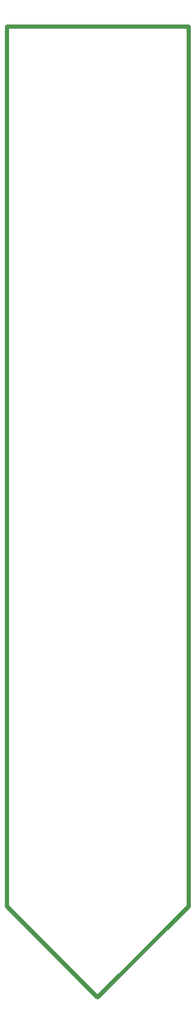
<source format=gbr>
G04 #@! TF.GenerationSoftware,KiCad,Pcbnew,(6.0.0)*
G04 #@! TF.CreationDate,2022-04-05T21:53:01-07:00*
G04 #@! TF.ProjectId,MoistureSensor,4d6f6973-7475-4726-9553-656e736f722e,rev?*
G04 #@! TF.SameCoordinates,Original*
G04 #@! TF.FileFunction,Profile,NP*
%FSLAX46Y46*%
G04 Gerber Fmt 4.6, Leading zero omitted, Abs format (unit mm)*
G04 Created by KiCad (PCBNEW (6.0.0)) date 2022-04-05 21:53:01*
%MOMM*%
%LPD*%
G01*
G04 APERTURE LIST*
G04 #@! TA.AperFunction,Profile*
%ADD10C,0.500000*%
G04 #@! TD*
G04 APERTURE END LIST*
D10*
X151638000Y-141986000D02*
X140589000Y-153035000D01*
X129540000Y-141986000D02*
X129540000Y-35560000D01*
X151638000Y-141986000D02*
X151638000Y-35560000D01*
X129540000Y-35560000D02*
X151638000Y-35560000D01*
X129540000Y-141986000D02*
X140589000Y-153035000D01*
M02*

</source>
